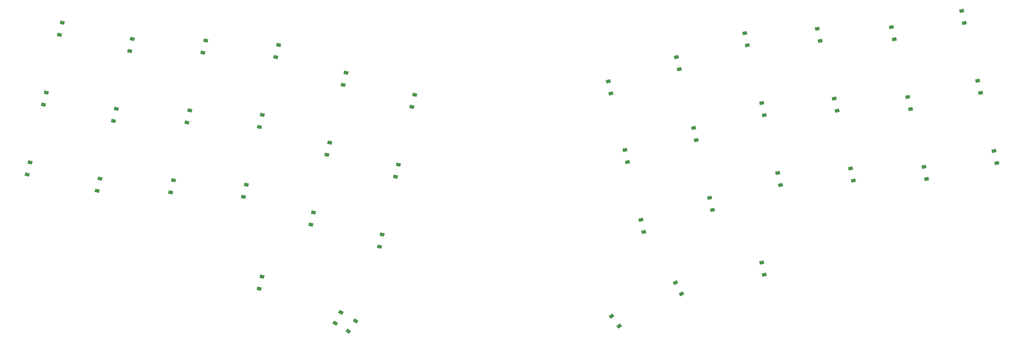
<source format=gbr>
%TF.GenerationSoftware,KiCad,Pcbnew,(6.0.8)*%
%TF.CreationDate,2023-05-09T18:28:35-05:00*%
%TF.ProjectId,Butterfly,42757474-6572-4666-9c79-2e6b69636164,1.0.0*%
%TF.SameCoordinates,Original*%
%TF.FileFunction,Paste,Bot*%
%TF.FilePolarity,Positive*%
%FSLAX46Y46*%
G04 Gerber Fmt 4.6, Leading zero omitted, Abs format (unit mm)*
G04 Created by KiCad (PCBNEW (6.0.8)) date 2023-05-09 18:28:35*
%MOMM*%
%LPD*%
G01*
G04 APERTURE LIST*
G04 Aperture macros list*
%AMRotRect*
0 Rectangle, with rotation*
0 The origin of the aperture is its center*
0 $1 length*
0 $2 width*
0 $3 Rotation angle, in degrees counterclockwise*
0 Add horizontal line*
21,1,$1,$2,0,0,$3*%
G04 Aperture macros list end*
%ADD10RotRect,0.900000X1.200000X77.000000*%
%ADD11RotRect,0.900000X1.200000X103.000000*%
%ADD12RotRect,0.900000X1.200000X128.000000*%
%ADD13RotRect,0.900000X1.200000X63.000000*%
%ADD14RotRect,0.900000X1.200000X119.000000*%
%ADD15RotRect,0.900000X1.200000X54.000000*%
G04 APERTURE END LIST*
D10*
%TO.C,D4*%
X126673668Y-70659599D03*
X127416006Y-67444177D03*
%TD*%
D11*
%TO.C,D32*%
X242413467Y-111267587D03*
X241671129Y-108052165D03*
%TD*%
%TO.C,D21*%
X256154234Y-86100301D03*
X255411896Y-82884879D03*
%TD*%
%TO.C,D19*%
X219923509Y-98537967D03*
X219181171Y-95322545D03*
%TD*%
%TO.C,D11*%
X290599410Y-65928572D03*
X289857072Y-62713150D03*
%TD*%
%TO.C,D7*%
X215523996Y-80328433D03*
X214781658Y-77113011D03*
%TD*%
D10*
%TO.C,D30*%
X154155203Y-120994172D03*
X154897541Y-117778750D03*
%TD*%
D11*
%TO.C,D23*%
X294884728Y-84490322D03*
X294142390Y-81274900D03*
%TD*%
D10*
%TO.C,D5*%
X144521197Y-78038542D03*
X145263535Y-74823120D03*
%TD*%
D11*
%TO.C,D24*%
X313446477Y-80205004D03*
X312704139Y-76989582D03*
%TD*%
%TO.C,D36*%
X317731795Y-98766754D03*
X316989457Y-95551332D03*
%TD*%
D12*
%TO.C,D40*%
X217657091Y-142077883D03*
X215625409Y-139477447D03*
%TD*%
D13*
%TO.C,D38*%
X142433412Y-141340556D03*
X143931580Y-138400234D03*
%TD*%
D11*
%TO.C,D12*%
X309161160Y-61643255D03*
X308418822Y-58427833D03*
%TD*%
D10*
%TO.C,D27*%
X98827064Y-106591406D03*
X99569402Y-103375984D03*
%TD*%
%TO.C,D16*%
X122388350Y-89221348D03*
X123130688Y-86005926D03*
%TD*%
%TO.C,D29*%
X135950563Y-115162040D03*
X136692901Y-111946618D03*
%TD*%
%TO.C,D37*%
X122247994Y-132171844D03*
X122990332Y-128956422D03*
%TD*%
D11*
%TO.C,D22*%
X275430203Y-84908608D03*
X274687865Y-81693186D03*
%TD*%
%TO.C,D8*%
X233600076Y-73939451D03*
X232857738Y-70724029D03*
%TD*%
D14*
%TO.C,D41*%
X234158200Y-133473588D03*
X232558328Y-130587342D03*
%TD*%
D10*
%TO.C,D6*%
X162725838Y-83870672D03*
X163468176Y-80655250D03*
%TD*%
D11*
%TO.C,D34*%
X279715521Y-103470358D03*
X278973183Y-100254936D03*
%TD*%
D10*
%TO.C,D3*%
X107397699Y-69467907D03*
X108140037Y-66252485D03*
%TD*%
D11*
%TO.C,D35*%
X299170045Y-103052072D03*
X298427707Y-99836650D03*
%TD*%
%TO.C,D42*%
X256158214Y-128460084D03*
X255415876Y-125244662D03*
%TD*%
D10*
%TO.C,D18*%
X158440520Y-102432422D03*
X159182858Y-99217000D03*
%TD*%
%TO.C,D13*%
X65096106Y-83326052D03*
X65838444Y-80110630D03*
%TD*%
D11*
%TO.C,D31*%
X224208827Y-117099717D03*
X223466489Y-113884295D03*
%TD*%
D10*
%TO.C,D25*%
X60810790Y-101887802D03*
X61553128Y-98672380D03*
%TD*%
%TO.C,D15*%
X103112380Y-88029656D03*
X103854718Y-84814234D03*
%TD*%
%TO.C,D2*%
X87943174Y-69049620D03*
X88685512Y-65834198D03*
%TD*%
%TO.C,D17*%
X140235881Y-96600292D03*
X140978219Y-93384870D03*
%TD*%
D11*
%TO.C,D9*%
X251676157Y-67550468D03*
X250933819Y-64335046D03*
%TD*%
%TO.C,D20*%
X238128149Y-92705837D03*
X237385811Y-89490415D03*
%TD*%
D10*
%TO.C,D28*%
X118103033Y-107783099D03*
X118845371Y-104567677D03*
%TD*%
D11*
%TO.C,D10*%
X270952126Y-66358775D03*
X270209788Y-63143353D03*
%TD*%
%TO.C,D33*%
X260439552Y-104662051D03*
X259697214Y-101446629D03*
%TD*%
D10*
%TO.C,D1*%
X69381425Y-64764302D03*
X70123763Y-61548880D03*
%TD*%
%TO.C,D14*%
X83657856Y-87611370D03*
X84400194Y-84395948D03*
%TD*%
%TO.C,D26*%
X79372540Y-106173120D03*
X80114878Y-102957698D03*
%TD*%
D15*
%TO.C,D39*%
X145879660Y-143387861D03*
X147819352Y-140718105D03*
%TD*%
M02*

</source>
